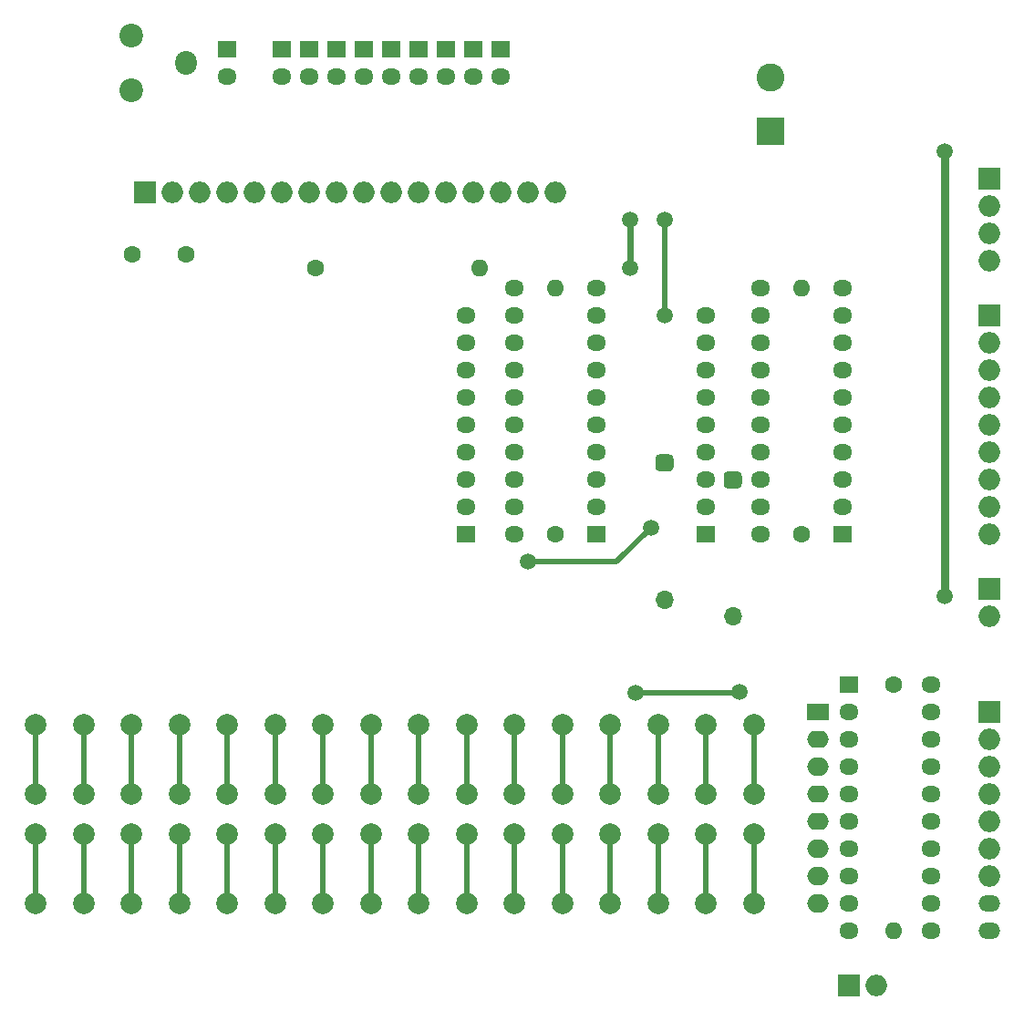
<source format=gbr>
%TF.GenerationSoftware,KiCad,Pcbnew,(5.1.8)-1*%
%TF.CreationDate,2024-05-16T22:12:29+03:00*%
%TF.ProjectId,Ports,506f7274-732e-46b6-9963-61645f706362,rev?*%
%TF.SameCoordinates,Original*%
%TF.FileFunction,Copper,L1,Top*%
%TF.FilePolarity,Positive*%
%FSLAX46Y46*%
G04 Gerber Fmt 4.6, Leading zero omitted, Abs format (unit mm)*
G04 Created by KiCad (PCBNEW (5.1.8)-1) date 2024-05-16 22:12:29*
%MOMM*%
%LPD*%
G01*
G04 APERTURE LIST*
%TA.AperFunction,ComponentPad*%
%ADD10C,1.600000*%
%TD*%
%TA.AperFunction,ComponentPad*%
%ADD11O,1.600000X1.600000*%
%TD*%
%TA.AperFunction,ComponentPad*%
%ADD12O,2.000000X2.000000*%
%TD*%
%TA.AperFunction,ComponentPad*%
%ADD13R,2.000000X2.000000*%
%TD*%
%TA.AperFunction,ComponentPad*%
%ADD14C,2.000000*%
%TD*%
%TA.AperFunction,ComponentPad*%
%ADD15O,1.700000X1.700000*%
%TD*%
%TA.AperFunction,ComponentPad*%
%ADD16O,1.800000X1.500000*%
%TD*%
%TA.AperFunction,ComponentPad*%
%ADD17R,1.800000X1.500000*%
%TD*%
%TA.AperFunction,ComponentPad*%
%ADD18O,2.000000X1.500000*%
%TD*%
%TA.AperFunction,ComponentPad*%
%ADD19R,2.600000X2.600000*%
%TD*%
%TA.AperFunction,ComponentPad*%
%ADD20C,2.600000*%
%TD*%
%TA.AperFunction,ComponentPad*%
%ADD21O,2.000000X2.200000*%
%TD*%
%TA.AperFunction,ComponentPad*%
%ADD22C,2.200000*%
%TD*%
%TA.AperFunction,ComponentPad*%
%ADD23R,2.000000X1.600000*%
%TD*%
%TA.AperFunction,ComponentPad*%
%ADD24O,2.000000X1.600000*%
%TD*%
%TA.AperFunction,ComponentPad*%
%ADD25O,2.000000X1.700000*%
%TD*%
%TA.AperFunction,ViaPad*%
%ADD26C,1.500000*%
%TD*%
%TA.AperFunction,Conductor*%
%ADD27C,0.800000*%
%TD*%
%TA.AperFunction,Conductor*%
%ADD28C,0.600000*%
%TD*%
%TA.AperFunction,Conductor*%
%ADD29C,0.500000*%
%TD*%
G04 APERTURE END LIST*
D10*
%TO.P,C4,2*%
%TO.N,GND*%
X57230000Y-42545000D03*
%TO.P,C4,1*%
%TO.N,VCC*%
X62230000Y-42545000D03*
%TD*%
D11*
%TO.P,C3,2*%
%TO.N,GND*%
X127952500Y-105410000D03*
D10*
%TO.P,C3,1*%
%TO.N,VCC*%
X127952500Y-82550000D03*
%TD*%
D11*
%TO.P,C2,2*%
%TO.N,GND*%
X119380000Y-45720000D03*
D10*
%TO.P,C2,1*%
%TO.N,VCC*%
X119380000Y-68580000D03*
%TD*%
D11*
%TO.P,C1,2*%
%TO.N,GND*%
X96520000Y-45720000D03*
D10*
%TO.P,C1,1*%
%TO.N,VCC*%
X96520000Y-68580000D03*
%TD*%
D12*
%TO.P,J9,2*%
%TO.N,GND*%
X126365000Y-110490000D03*
D13*
%TO.P,J9,1*%
X123825000Y-110490000D03*
%TD*%
D14*
%TO.P,D26,1*%
%TO.N,/IN0.0*%
X48260000Y-86210000D03*
%TO.P,D26,2*%
%TO.N,Net-(D12-Pad2)*%
X52760000Y-86210000D03*
%TO.P,D26,1*%
%TO.N,/IN0.0*%
X48260000Y-92710000D03*
%TO.P,D26,2*%
%TO.N,Net-(D12-Pad2)*%
X52760000Y-92710000D03*
%TD*%
%TO.P,D25,1*%
%TO.N,/IN0.0*%
X48260000Y-96370000D03*
%TO.P,D25,2*%
%TO.N,Net-(D11-Pad2)*%
X52760000Y-96370000D03*
%TO.P,D25,1*%
%TO.N,/IN0.0*%
X48260000Y-102870000D03*
%TO.P,D25,2*%
%TO.N,Net-(D11-Pad2)*%
X52760000Y-102870000D03*
%TD*%
%TO.P,D24,1*%
%TO.N,/IN0.1*%
X57150000Y-86210000D03*
%TO.P,D24,2*%
%TO.N,Net-(D12-Pad2)*%
X61650000Y-86210000D03*
%TO.P,D24,1*%
%TO.N,/IN0.1*%
X57150000Y-92710000D03*
%TO.P,D24,2*%
%TO.N,Net-(D12-Pad2)*%
X61650000Y-92710000D03*
%TD*%
%TO.P,D23,1*%
%TO.N,/IN0.1*%
X57150000Y-96370000D03*
%TO.P,D23,2*%
%TO.N,Net-(D11-Pad2)*%
X61650000Y-96370000D03*
%TO.P,D23,1*%
%TO.N,/IN0.1*%
X57150000Y-102870000D03*
%TO.P,D23,2*%
%TO.N,Net-(D11-Pad2)*%
X61650000Y-102870000D03*
%TD*%
%TO.P,D22,1*%
%TO.N,/IN0.2*%
X66040000Y-86210000D03*
%TO.P,D22,2*%
%TO.N,Net-(D12-Pad2)*%
X70540000Y-86210000D03*
%TO.P,D22,1*%
%TO.N,/IN0.2*%
X66040000Y-92710000D03*
%TO.P,D22,2*%
%TO.N,Net-(D12-Pad2)*%
X70540000Y-92710000D03*
%TD*%
%TO.P,D21,1*%
%TO.N,/IN0.2*%
X66040000Y-96370000D03*
%TO.P,D21,2*%
%TO.N,Net-(D11-Pad2)*%
X70540000Y-96370000D03*
%TO.P,D21,1*%
%TO.N,/IN0.2*%
X66040000Y-102870000D03*
%TO.P,D21,2*%
%TO.N,Net-(D11-Pad2)*%
X70540000Y-102870000D03*
%TD*%
%TO.P,D20,1*%
%TO.N,/IN0.3*%
X74930000Y-86210000D03*
%TO.P,D20,2*%
%TO.N,Net-(D12-Pad2)*%
X79430000Y-86210000D03*
%TO.P,D20,1*%
%TO.N,/IN0.3*%
X74930000Y-92710000D03*
%TO.P,D20,2*%
%TO.N,Net-(D12-Pad2)*%
X79430000Y-92710000D03*
%TD*%
%TO.P,D19,1*%
%TO.N,/IN0.3*%
X74930000Y-96370000D03*
%TO.P,D19,2*%
%TO.N,Net-(D11-Pad2)*%
X79430000Y-96370000D03*
%TO.P,D19,1*%
%TO.N,/IN0.3*%
X74930000Y-102870000D03*
%TO.P,D19,2*%
%TO.N,Net-(D11-Pad2)*%
X79430000Y-102870000D03*
%TD*%
%TO.P,D18,1*%
%TO.N,/IN0.4*%
X83820000Y-86210000D03*
%TO.P,D18,2*%
%TO.N,Net-(D12-Pad2)*%
X88320000Y-86210000D03*
%TO.P,D18,1*%
%TO.N,/IN0.4*%
X83820000Y-92710000D03*
%TO.P,D18,2*%
%TO.N,Net-(D12-Pad2)*%
X88320000Y-92710000D03*
%TD*%
%TO.P,D17,1*%
%TO.N,/IN0.4*%
X83820000Y-96370000D03*
%TO.P,D17,2*%
%TO.N,Net-(D11-Pad2)*%
X88320000Y-96370000D03*
%TO.P,D17,1*%
%TO.N,/IN0.4*%
X83820000Y-102870000D03*
%TO.P,D17,2*%
%TO.N,Net-(D11-Pad2)*%
X88320000Y-102870000D03*
%TD*%
%TO.P,D16,1*%
%TO.N,/IN0.5*%
X92710000Y-86210000D03*
%TO.P,D16,2*%
%TO.N,Net-(D12-Pad2)*%
X97210000Y-86210000D03*
%TO.P,D16,1*%
%TO.N,/IN0.5*%
X92710000Y-92710000D03*
%TO.P,D16,2*%
%TO.N,Net-(D12-Pad2)*%
X97210000Y-92710000D03*
%TD*%
%TO.P,D15,1*%
%TO.N,/IN0.5*%
X92710000Y-96370000D03*
%TO.P,D15,2*%
%TO.N,Net-(D11-Pad2)*%
X97210000Y-96370000D03*
%TO.P,D15,1*%
%TO.N,/IN0.5*%
X92710000Y-102870000D03*
%TO.P,D15,2*%
%TO.N,Net-(D11-Pad2)*%
X97210000Y-102870000D03*
%TD*%
%TO.P,D14,1*%
%TO.N,/IN0.6*%
X101600000Y-86210000D03*
%TO.P,D14,2*%
%TO.N,Net-(D12-Pad2)*%
X106100000Y-86210000D03*
%TO.P,D14,1*%
%TO.N,/IN0.6*%
X101600000Y-92710000D03*
%TO.P,D14,2*%
%TO.N,Net-(D12-Pad2)*%
X106100000Y-92710000D03*
%TD*%
%TO.P,D13,1*%
%TO.N,/IN0.6*%
X101600000Y-96370000D03*
%TO.P,D13,2*%
%TO.N,Net-(D11-Pad2)*%
X106100000Y-96370000D03*
%TO.P,D13,1*%
%TO.N,/IN0.6*%
X101600000Y-102870000D03*
%TO.P,D13,2*%
%TO.N,Net-(D11-Pad2)*%
X106100000Y-102870000D03*
%TD*%
%TO.P,D12,1*%
%TO.N,/IN0.7*%
X110490000Y-86210000D03*
%TO.P,D12,2*%
%TO.N,Net-(D12-Pad2)*%
X114990000Y-86210000D03*
%TO.P,D12,1*%
%TO.N,/IN0.7*%
X110490000Y-92710000D03*
%TO.P,D12,2*%
%TO.N,Net-(D12-Pad2)*%
X114990000Y-92710000D03*
%TD*%
%TO.P,D11,1*%
%TO.N,/IN0.7*%
X110490000Y-96370000D03*
%TO.P,D11,2*%
%TO.N,Net-(D11-Pad2)*%
X114990000Y-96370000D03*
%TO.P,D11,1*%
%TO.N,/IN0.7*%
X110490000Y-102870000D03*
%TO.P,D11,2*%
%TO.N,Net-(D11-Pad2)*%
X114990000Y-102870000D03*
%TD*%
D15*
%TO.P,D28,2*%
%TO.N,Net-(D12-Pad2)*%
X106680000Y-74612500D03*
%TO.P,D28,1*%
%TO.N,/P0.2*%
%TA.AperFunction,ComponentPad*%
G36*
G01*
X106230000Y-61112500D02*
X107130000Y-61112500D01*
G75*
G02*
X107530000Y-61512500I0J-400000D01*
G01*
X107530000Y-62312500D01*
G75*
G02*
X107130000Y-62712500I-400000J0D01*
G01*
X106230000Y-62712500D01*
G75*
G02*
X105830000Y-62312500I0J400000D01*
G01*
X105830000Y-61512500D01*
G75*
G02*
X106230000Y-61112500I400000J0D01*
G01*
G37*
%TD.AperFunction*%
%TD*%
%TO.P,D27,2*%
%TO.N,Net-(D11-Pad2)*%
X113030000Y-76200000D03*
%TO.P,D27,1*%
%TO.N,/P0.1*%
%TA.AperFunction,ComponentPad*%
G36*
G01*
X112580000Y-62700000D02*
X113480000Y-62700000D01*
G75*
G02*
X113880000Y-63100000I0J-400000D01*
G01*
X113880000Y-63900000D01*
G75*
G02*
X113480000Y-64300000I-400000J0D01*
G01*
X112580000Y-64300000D01*
G75*
G02*
X112180000Y-63900000I0J400000D01*
G01*
X112180000Y-63100000D01*
G75*
G02*
X112580000Y-62700000I400000J0D01*
G01*
G37*
%TD.AperFunction*%
%TD*%
D16*
%TO.P,U3,20*%
%TO.N,VCC*%
X131445000Y-82550000D03*
%TO.P,U3,10*%
%TO.N,GND*%
X123825000Y-105410000D03*
%TO.P,U3,19*%
%TO.N,/BUS7*%
X131445000Y-85090000D03*
%TO.P,U3,9*%
%TO.N,/IN0.0*%
X123825000Y-102870000D03*
%TO.P,U3,18*%
%TO.N,/BUS6*%
X131445000Y-87630000D03*
%TO.P,U3,8*%
%TO.N,/IN0.1*%
X123825000Y-100330000D03*
%TO.P,U3,17*%
%TO.N,/BUS5*%
X131445000Y-90170000D03*
%TO.P,U3,7*%
%TO.N,/IN0.2*%
X123825000Y-97790000D03*
%TO.P,U3,16*%
%TO.N,/BUS4*%
X131445000Y-92710000D03*
%TO.P,U3,6*%
%TO.N,/IN0.3*%
X123825000Y-95250000D03*
%TO.P,U3,15*%
%TO.N,/BUS3*%
X131445000Y-95250000D03*
%TO.P,U3,5*%
%TO.N,/IN0.4*%
X123825000Y-92710000D03*
%TO.P,U3,14*%
%TO.N,/BUS2*%
X131445000Y-97790000D03*
%TO.P,U3,4*%
%TO.N,/IN0.5*%
X123825000Y-90170000D03*
%TO.P,U3,13*%
%TO.N,/BUS1*%
X131445000Y-100330000D03*
%TO.P,U3,3*%
%TO.N,/IN0.6*%
X123825000Y-87630000D03*
%TO.P,U3,12*%
%TO.N,/BUS0*%
X131445000Y-102870000D03*
%TO.P,U3,2*%
%TO.N,/IN0.7*%
X123825000Y-85090000D03*
%TO.P,U3,11*%
%TO.N,/IN0.C*%
X131445000Y-105410000D03*
D17*
%TO.P,U3,1*%
%TO.N,/IN0.OE*%
X123825000Y-82550000D03*
%TD*%
D12*
%TO.P,J7,2*%
%TO.N,/IN0.OE*%
X136842500Y-76200000D03*
D13*
%TO.P,J7,1*%
%TO.N,/IN0.C*%
X136842500Y-73660000D03*
%TD*%
D18*
%TO.P,J6,9*%
%TO.N,GND*%
X136842500Y-105410000D03*
%TO.P,J6,8*%
%TO.N,/BUS0*%
X136842500Y-102870000D03*
D12*
%TO.P,J6,7*%
%TO.N,/BUS1*%
X136842500Y-100330000D03*
%TO.P,J6,6*%
%TO.N,/BUS2*%
X136842500Y-97790000D03*
%TO.P,J6,5*%
%TO.N,/BUS3*%
X136842500Y-95250000D03*
%TO.P,J6,4*%
%TO.N,/BUS4*%
X136842500Y-92710000D03*
%TO.P,J6,3*%
%TO.N,/BUS5*%
X136842500Y-90170000D03*
%TO.P,J6,2*%
%TO.N,/BUS6*%
X136842500Y-87630000D03*
D13*
%TO.P,J6,1*%
%TO.N,/BUS7*%
X136842500Y-85090000D03*
%TD*%
D11*
%TO.P,R1,2*%
%TO.N,Net-(DS1-Pad15)*%
X89535000Y-43815000D03*
D10*
%TO.P,R1,1*%
%TO.N,VCC*%
X74295000Y-43815000D03*
%TD*%
D12*
%TO.P,J1,9*%
%TO.N,GND*%
X136842500Y-68580000D03*
%TO.P,J1,8*%
%TO.N,/D0*%
X136842500Y-66040000D03*
%TO.P,J1,7*%
%TO.N,/D1*%
X136842500Y-63500000D03*
%TO.P,J1,6*%
%TO.N,/D2*%
X136842500Y-60960000D03*
%TO.P,J1,5*%
%TO.N,/D3*%
X136842500Y-58420000D03*
%TO.P,J1,4*%
%TO.N,/D4*%
X136842500Y-55880000D03*
%TO.P,J1,3*%
%TO.N,/D5*%
X136842500Y-53340000D03*
%TO.P,J1,2*%
%TO.N,/D6*%
X136842500Y-50800000D03*
D13*
%TO.P,J1,1*%
%TO.N,/D7*%
X136842500Y-48260000D03*
%TD*%
D12*
%TO.P,J5,4*%
%TO.N,/OUT0*%
X136842500Y-43180000D03*
%TO.P,J5,3*%
%TO.N,GND*%
X136842500Y-40640000D03*
%TO.P,J5,2*%
%TO.N,/OUT1*%
X136842500Y-38100000D03*
D13*
%TO.P,J5,1*%
%TO.N,/OUT2*%
X136842500Y-35560000D03*
%TD*%
D16*
%TO.P,D10,2*%
%TO.N,Net-(D10-Pad2)*%
X91440000Y-26035000D03*
D17*
%TO.P,D10,1*%
%TO.N,Net-(D1-Pad1)*%
X91440000Y-23495000D03*
%TD*%
D16*
%TO.P,D9,2*%
%TO.N,Net-(D9-Pad2)*%
X66040000Y-26035000D03*
D17*
%TO.P,D9,1*%
%TO.N,Net-(D1-Pad1)*%
X66040000Y-23495000D03*
%TD*%
D16*
%TO.P,D8,2*%
%TO.N,Net-(D8-Pad2)*%
X88900000Y-26035000D03*
D17*
%TO.P,D8,1*%
%TO.N,Net-(D1-Pad1)*%
X88900000Y-23495000D03*
%TD*%
D16*
%TO.P,D7,2*%
%TO.N,Net-(D7-Pad2)*%
X71120000Y-26035000D03*
D17*
%TO.P,D7,1*%
%TO.N,Net-(D1-Pad1)*%
X71120000Y-23495000D03*
%TD*%
D16*
%TO.P,D6,2*%
%TO.N,Net-(D6-Pad2)*%
X86360000Y-26035000D03*
D17*
%TO.P,D6,1*%
%TO.N,Net-(D1-Pad1)*%
X86360000Y-23495000D03*
%TD*%
D16*
%TO.P,D5,2*%
%TO.N,Net-(D5-Pad2)*%
X83820000Y-26035000D03*
D17*
%TO.P,D5,1*%
%TO.N,Net-(D1-Pad1)*%
X83820000Y-23495000D03*
%TD*%
D16*
%TO.P,D4,2*%
%TO.N,Net-(D4-Pad2)*%
X81280000Y-26035000D03*
D17*
%TO.P,D4,1*%
%TO.N,Net-(D1-Pad1)*%
X81280000Y-23495000D03*
%TD*%
D16*
%TO.P,D3,2*%
%TO.N,Net-(D3-Pad2)*%
X78740000Y-26035000D03*
D17*
%TO.P,D3,1*%
%TO.N,Net-(D1-Pad1)*%
X78740000Y-23495000D03*
%TD*%
D16*
%TO.P,D2,2*%
%TO.N,Net-(D2-Pad2)*%
X76200000Y-26035000D03*
D17*
%TO.P,D2,1*%
%TO.N,Net-(D1-Pad1)*%
X76200000Y-23495000D03*
%TD*%
D16*
%TO.P,D1,2*%
%TO.N,Net-(D1-Pad2)*%
X73660000Y-26035000D03*
D17*
%TO.P,D1,1*%
%TO.N,Net-(D1-Pad1)*%
X73660000Y-23495000D03*
%TD*%
D12*
%TO.P,DS1,16*%
%TO.N,Net-(DS1-Pad16)*%
X96520000Y-36830000D03*
%TO.P,DS1,15*%
%TO.N,Net-(DS1-Pad15)*%
X93980000Y-36830000D03*
%TO.P,DS1,14*%
%TO.N,/D7*%
X91440000Y-36830000D03*
%TO.P,DS1,13*%
%TO.N,/D6*%
X88900000Y-36830000D03*
%TO.P,DS1,12*%
%TO.N,/D5*%
X86360000Y-36830000D03*
%TO.P,DS1,11*%
%TO.N,/D4*%
X83820000Y-36830000D03*
%TO.P,DS1,10*%
%TO.N,/D3*%
X81280000Y-36830000D03*
%TO.P,DS1,9*%
%TO.N,/D2*%
X78740000Y-36830000D03*
%TO.P,DS1,8*%
%TO.N,/D1*%
X76200000Y-36830000D03*
%TO.P,DS1,7*%
%TO.N,/D0*%
X73660000Y-36830000D03*
%TO.P,DS1,6*%
%TO.N,/OUT2*%
X71120000Y-36830000D03*
%TO.P,DS1,5*%
%TO.N,GND*%
X68580000Y-36830000D03*
%TO.P,DS1,4*%
%TO.N,/P0.0*%
X66040000Y-36830000D03*
%TO.P,DS1,3*%
%TO.N,Net-(DS1-Pad3)*%
X63500000Y-36830000D03*
%TO.P,DS1,2*%
%TO.N,VCC*%
X60960000Y-36830000D03*
D13*
%TO.P,DS1,1*%
%TO.N,GND*%
X58420000Y-36830000D03*
%TD*%
D16*
%TO.P,J2,9*%
%TO.N,/P0.7*%
X110490000Y-48260000D03*
%TO.P,J2,8*%
%TO.N,/P0.6*%
X110490000Y-50800000D03*
%TO.P,J2,7*%
%TO.N,/P0.5*%
X110490000Y-53340000D03*
%TO.P,J2,6*%
%TO.N,/P0.4*%
X110490000Y-55880000D03*
%TO.P,J2,5*%
%TO.N,/P0.3*%
X110490000Y-58420000D03*
%TO.P,J2,4*%
%TO.N,/P0.2*%
X110490000Y-60960000D03*
%TO.P,J2,3*%
%TO.N,/P0.1*%
X110490000Y-63500000D03*
%TO.P,J2,2*%
%TO.N,/P0.0*%
X110490000Y-66040000D03*
D17*
%TO.P,J2,1*%
%TO.N,GND*%
X110490000Y-68580000D03*
%TD*%
%TO.P,J3,1*%
%TO.N,GND*%
X88265000Y-68580000D03*
D16*
%TO.P,J3,2*%
%TO.N,/P1.0*%
X88265000Y-66040000D03*
%TO.P,J3,3*%
%TO.N,/P1.1*%
X88265000Y-63500000D03*
%TO.P,J3,4*%
%TO.N,/P1.2*%
X88265000Y-60960000D03*
%TO.P,J3,5*%
%TO.N,/P1.3*%
X88265000Y-58420000D03*
%TO.P,J3,6*%
%TO.N,/P1.4*%
X88265000Y-55880000D03*
%TO.P,J3,7*%
%TO.N,/P1.5*%
X88265000Y-53340000D03*
%TO.P,J3,8*%
%TO.N,/P1.6*%
X88265000Y-50800000D03*
%TO.P,J3,9*%
%TO.N,/P1.7*%
X88265000Y-48260000D03*
%TD*%
D19*
%TO.P,J4,1*%
%TO.N,Net-(J4-Pad1)*%
X116522500Y-31115000D03*
D20*
%TO.P,J4,2*%
%TO.N,GND*%
X116522500Y-26115000D03*
%TD*%
D21*
%TO.P,RV1,2*%
%TO.N,Net-(DS1-Pad3)*%
X62230000Y-24765000D03*
D22*
%TO.P,RV1,1*%
%TO.N,GND*%
X57150000Y-22225000D03*
%TO.P,RV1,3*%
%TO.N,VCC*%
X57150000Y-27305000D03*
%TD*%
D17*
%TO.P,U1,1*%
%TO.N,GND*%
X123190000Y-68580000D03*
D16*
%TO.P,U1,11*%
%TO.N,/OUT0*%
X115570000Y-45720000D03*
%TO.P,U1,2*%
%TO.N,/D0*%
X123190000Y-66040000D03*
%TO.P,U1,12*%
%TO.N,/P0.7*%
X115570000Y-48260000D03*
%TO.P,U1,3*%
%TO.N,/D1*%
X123190000Y-63500000D03*
%TO.P,U1,13*%
%TO.N,/P0.6*%
X115570000Y-50800000D03*
%TO.P,U1,4*%
%TO.N,/D2*%
X123190000Y-60960000D03*
%TO.P,U1,14*%
%TO.N,/P0.5*%
X115570000Y-53340000D03*
%TO.P,U1,5*%
%TO.N,/D3*%
X123190000Y-58420000D03*
%TO.P,U1,15*%
%TO.N,/P0.4*%
X115570000Y-55880000D03*
%TO.P,U1,6*%
%TO.N,/D4*%
X123190000Y-55880000D03*
%TO.P,U1,16*%
%TO.N,/P0.3*%
X115570000Y-58420000D03*
%TO.P,U1,7*%
%TO.N,/D5*%
X123190000Y-53340000D03*
%TO.P,U1,17*%
%TO.N,/P0.2*%
X115570000Y-60960000D03*
%TO.P,U1,8*%
%TO.N,/D6*%
X123190000Y-50800000D03*
%TO.P,U1,18*%
%TO.N,/P0.1*%
X115570000Y-63500000D03*
%TO.P,U1,9*%
%TO.N,/D7*%
X123190000Y-48260000D03*
%TO.P,U1,19*%
%TO.N,/P0.0*%
X115570000Y-66040000D03*
%TO.P,U1,10*%
%TO.N,GND*%
X123190000Y-45720000D03*
%TO.P,U1,20*%
%TO.N,VCC*%
X115570000Y-68580000D03*
%TD*%
%TO.P,U2,20*%
%TO.N,VCC*%
X92710000Y-68580000D03*
%TO.P,U2,10*%
%TO.N,GND*%
X100330000Y-45720000D03*
%TO.P,U2,19*%
%TO.N,/P1.0*%
X92710000Y-66040000D03*
%TO.P,U2,9*%
%TO.N,/D7*%
X100330000Y-48260000D03*
%TO.P,U2,18*%
%TO.N,/P1.1*%
X92710000Y-63500000D03*
%TO.P,U2,8*%
%TO.N,/D6*%
X100330000Y-50800000D03*
%TO.P,U2,17*%
%TO.N,/P1.2*%
X92710000Y-60960000D03*
%TO.P,U2,7*%
%TO.N,/D5*%
X100330000Y-53340000D03*
%TO.P,U2,16*%
%TO.N,/P1.3*%
X92710000Y-58420000D03*
%TO.P,U2,6*%
%TO.N,/D4*%
X100330000Y-55880000D03*
%TO.P,U2,15*%
%TO.N,/P1.4*%
X92710000Y-55880000D03*
%TO.P,U2,5*%
%TO.N,/D3*%
X100330000Y-58420000D03*
%TO.P,U2,14*%
%TO.N,/P1.5*%
X92710000Y-53340000D03*
%TO.P,U2,4*%
%TO.N,/D2*%
X100330000Y-60960000D03*
%TO.P,U2,13*%
%TO.N,/P1.6*%
X92710000Y-50800000D03*
%TO.P,U2,3*%
%TO.N,/D1*%
X100330000Y-63500000D03*
%TO.P,U2,12*%
%TO.N,/P1.7*%
X92710000Y-48260000D03*
%TO.P,U2,2*%
%TO.N,/D0*%
X100330000Y-66040000D03*
%TO.P,U2,11*%
%TO.N,/OUT1*%
X92710000Y-45720000D03*
D17*
%TO.P,U2,1*%
%TO.N,GND*%
X100330000Y-68580000D03*
%TD*%
D23*
%TO.P,J8,1*%
%TO.N,/IN0.7*%
X120967500Y-85090000D03*
D24*
%TO.P,J8,2*%
%TO.N,/IN0.6*%
X120967500Y-87630000D03*
D25*
%TO.P,J8,3*%
%TO.N,/IN0.5*%
X120967500Y-90170000D03*
D24*
%TO.P,J8,4*%
%TO.N,/IN0.4*%
X120967500Y-92710000D03*
%TO.P,J8,5*%
%TO.N,/IN0.3*%
X120967500Y-95250000D03*
D25*
%TO.P,J8,6*%
%TO.N,/IN0.2*%
X120967500Y-97790000D03*
%TO.P,J8,7*%
%TO.N,/IN0.1*%
X120967500Y-100330000D03*
%TO.P,J8,8*%
%TO.N,/IN0.0*%
X120967500Y-102870000D03*
%TD*%
D26*
%TO.N,VCC*%
X132715000Y-74295000D03*
X132715000Y-33020000D03*
%TO.N,GND*%
X103505000Y-43815000D03*
X103505000Y-39370000D03*
%TO.N,/P0.7*%
X106680000Y-39370000D03*
X106680000Y-48260000D03*
%TO.N,/P0.0*%
X93980000Y-71120000D03*
X105410000Y-67945000D03*
%TO.N,/IN0.6*%
X113665000Y-83185000D03*
X104045000Y-83280000D03*
%TD*%
D27*
%TO.N,VCC*%
X132715000Y-33020000D02*
X132715000Y-74295000D01*
D28*
%TO.N,GND*%
X103505000Y-39370000D02*
X103505000Y-43815000D01*
D29*
%TO.N,/P0.7*%
X106680000Y-39370000D02*
X106680000Y-48260000D01*
%TO.N,/P0.0*%
X102235000Y-71120000D02*
X101600000Y-71120000D01*
X105410000Y-67945000D02*
X102235000Y-71120000D01*
X101600000Y-71120000D02*
X93980000Y-71120000D01*
%TO.N,/IN0.0*%
X48260000Y-86210000D02*
X48260000Y-92710000D01*
X48260000Y-96370000D02*
X48260000Y-102870000D01*
%TO.N,Net-(D11-Pad2)*%
X114990000Y-96370000D02*
X114990000Y-102870000D01*
X52760000Y-96370000D02*
X52760000Y-102870000D01*
X61650000Y-96370000D02*
X61650000Y-102870000D01*
X70540000Y-96370000D02*
X70540000Y-102870000D01*
X79430000Y-96370000D02*
X79430000Y-102870000D01*
X88320000Y-96370000D02*
X88320000Y-102870000D01*
X97210000Y-96370000D02*
X97210000Y-102870000D01*
X106100000Y-96370000D02*
X106100000Y-102870000D01*
%TO.N,Net-(D12-Pad2)*%
X114990000Y-86210000D02*
X114990000Y-92710000D01*
X106100000Y-86210000D02*
X106100000Y-92710000D01*
X97210000Y-86210000D02*
X97210000Y-92710000D01*
X88320000Y-86210000D02*
X88320000Y-92710000D01*
X79430000Y-86210000D02*
X79430000Y-92710000D01*
X70540000Y-86210000D02*
X70540000Y-92710000D01*
X61650000Y-86210000D02*
X61650000Y-92710000D01*
X52760000Y-86210000D02*
X52760000Y-92710000D01*
%TO.N,/IN0.1*%
X57150000Y-86210000D02*
X57150000Y-92710000D01*
X57150000Y-96370000D02*
X57150000Y-102870000D01*
%TO.N,/IN0.2*%
X66040000Y-86210000D02*
X66040000Y-92710000D01*
X66040000Y-96370000D02*
X66040000Y-102870000D01*
%TO.N,/IN0.3*%
X74930000Y-86210000D02*
X74930000Y-92710000D01*
X74930000Y-96370000D02*
X74930000Y-102870000D01*
%TO.N,/IN0.4*%
X83820000Y-86210000D02*
X83820000Y-92710000D01*
X83820000Y-96370000D02*
X83820000Y-102870000D01*
%TO.N,/IN0.5*%
X92710000Y-86210000D02*
X92710000Y-92710000D01*
X92710000Y-96370000D02*
X92710000Y-102870000D01*
%TO.N,/IN0.6*%
X101600000Y-86210000D02*
X101600000Y-92710000D01*
X101600000Y-96370000D02*
X101600000Y-102870000D01*
X113570000Y-83280000D02*
X113665000Y-83185000D01*
X104045000Y-83280000D02*
X113570000Y-83280000D01*
%TO.N,/IN0.7*%
X110490000Y-86210000D02*
X110490000Y-92710000D01*
X110490000Y-96370000D02*
X110490000Y-102870000D01*
%TD*%
M02*

</source>
